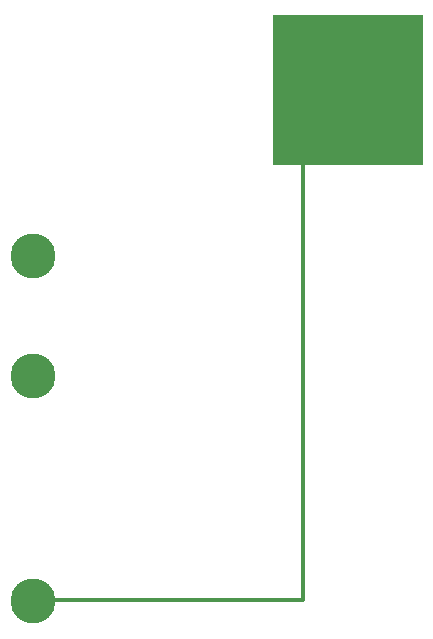
<source format=gbr>
G04 Output by ViewMate Deluxe V11.6.18  PentaLogix*
G04 Tue Jul 19 15:59:14 2016*
%FSLAX35Y35*%
%MOIN*%
%IPPOS*%
%ADD11C,0.15*%
%ADD13R,0.5X0.5*%
%ADD65C,0.012*%

%LPD*%
X0Y0D2*D65*G1X20000Y105000D2*X110000D1*Y260000*D11*X19877Y179449D3*Y219449D3*Y104449D3*D13*X125000Y275000D3*X0Y0D2*M02*
</source>
